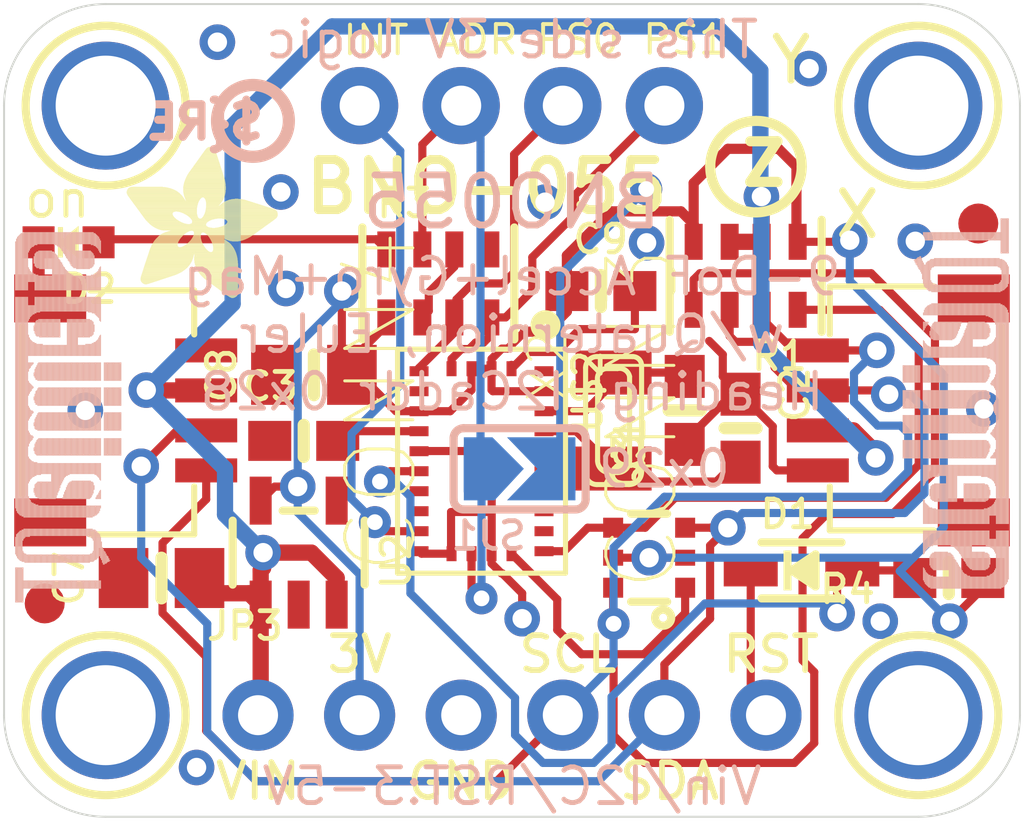
<source format=kicad_pcb>
(kicad_pcb (version 20240108) (generator "pcbnew") (generator_version "8.0")
  (layers (0 "F.Cu" signal) (31 "B.Cu" signal) (34 "B.Paste" user) (35 "F.Paste" user) (36 "B.SilkS" user "B.Silkscreen") (37 "F.SilkS" user "F.Silkscreen") (38 "B.Mask" user) (39 "F.Mask" user) (44 "Edge.Cuts" user))
  (net 0 "")
  (net 1 "PS1_3V")
  (net 2 "PS0_3V")
  (net 3 "NRESET_3V")
  (net 4 "INT_3V")
  (net 5 "GND")
  (net 6 "I2CADDR_3V")
  (net 7 "SDA_3V")
  (net 8 "SCL_3V")
  (net 9 "N$1")
  (net 10 "N$2")
  (net 11 "N$3")
  (net 12 "3.3V")
  (net 13 "SDA")
  (net 14 "SCL")
  (net 15 "VCC")
  (net 16 "N$4")
  (net 17 "RESET")
  (footprint "Adafruit BNO055 STEMMA QT:0603-NO" (layer "F.Cu") (at 159.4231 109.1946 180)
    (property "Reference" "R4")
    (property "Value" "10K" (hide yes))
  )
  (footprint "Adafruit BNO055 STEMMA QT:SOD-323" (layer "F.Cu") (at 155.7401 109.0041)
    (property "Reference" "D1")
    (property "Value" "1n4148" (hide yes))
  )
  (footprint "Adafruit BNO055 STEMMA QT:RESPACK_4X0603" (layer "F.Cu") (at 146.6596 101.8286)
    (property "Reference" "R3")
    (property "Value" "10K")
  )
  (footprint "Adafruit BNO055 STEMMA QT:XTAL3215" (layer "F.Cu") (at 151.0411 105.2576 -90)
    (property "Reference" "X2")
    (property "Value" "32.768")
  )
  (footprint "Adafruit BNO055 STEMMA QT:MOUNTINGHOLE_2.5_PLATED" (layer "F.Cu") (at 138.3411 97.3836)
    (property "Reference" "U$45" (hide yes))
    (property "Value" "MOUNTINGHOLE2.5" (hide yes))
  )
  (footprint "Adafruit BNO055 STEMMA QT:0603-NO" (layer "F.Cu") (at 150.7236 102.0191)
    (property "Reference" "C9")
    (property "Value" "0.1uF")
  )
  (footprint "Adafruit BNO055 STEMMA QT:JST_SH4" (layer "F.Cu") (at 158.6611 105.0036 90)
    (property "Reference" "CONN3")
    (property "Value" "STEMMA_I2C_QT" (hide yes))
  )
  (footprint "Adafruit BNO055 STEMMA QT:JST_SH4" (layer "F.Cu") (at 138.3411 105.0036 -90)
    (property "Reference" "CONN4")
    (property "Value" "STEMMA_I2C_QT" (hide yes))
  )
  (footprint "Adafruit BNO055 STEMMA QT:MOUNTINGHOLE_2.5_PLATED" (layer "F.Cu") (at 158.6611 112.6236)
    (property "Reference" "U$49" (hide yes))
    (property "Value" "MOUNTINGHOLE2.5" (hide yes))
  )
  (footprint "Adafruit BNO055 STEMMA QT:SOT23-5" (layer "F.Cu") (at 143.1671 108.5596)
    (property "Reference" "U2")
    (property "Value" "AP2112K-3.3" (hide yes))
  )
  (footprint "Adafruit BNO055 STEMMA QT:FIDUCIAL_1MM" (layer "F.Cu") (at 160.1597 100.33)
    (property "Reference" "FID4" (hide yes))
    (property "Value" "FIDUCIAL_1MM" (hide yes))
  )
  (footprint "Adafruit BNO055 STEMMA QT:MOUNTINGHOLE_2.5_PLATED" (layer "F.Cu") (at 138.3411 112.6236)
    (property "Reference" "U$48" (hide yes))
    (property "Value" "MOUNTINGHOLE2.5" (hide yes))
  )
  (footprint "Adafruit BNO055 STEMMA QT:SOT363" (layer "F.Cu") (at 151.9301 108.6866 90)
    (property "Reference" "Q3")
    (property "Value" "BSS138" (hide yes))
  )
  (footprint "Adafruit BNO055 STEMMA QT:ADAFRUIT_3.5MM" (layer "F.Cu") (at 138.8491 102.2096)
    (property "Reference" "U$51" (hide yes))
    (property "Value" "" (hide yes))
  )
  (footprint "Adafruit BNO055 STEMMA QT:RESPACK_4X0603" (layer "F.Cu") (at 154.3431 101.6381 180)
    (property "Reference" "R1")
    (property "Value" "10K")
  )
  (footprint "Adafruit BNO055 STEMMA QT:FIDUCIAL_1MM" (layer "F.Cu") (at 136.8171 109.8296)
    (property "Reference" "FID3" (hide yes))
    (property "Value" "FIDUCIAL_1MM" (hide yes))
  )
  (footprint "Adafruit BNO055 STEMMA QT:0603-NO" (layer "F.Cu") (at 152.8191 105.0036 90)
    (property "Reference" "C1")
    (property "Value" "22pF")
  )
  (footprint "Adafruit BNO055 STEMMA QT:0603-NO" (layer "F.Cu") (at 143.2941 105.7656)
    (property "Reference" "C3")
    (property "Value" "0.1uF")
  )
  (footprint "Adafruit BNO055 STEMMA QT:0805-NO" (layer "F.Cu") (at 139.7381 109.1946 180)
    (property "Reference" "C7")
    (property "Value" "10uF")
  )
  (footprint "Adafruit BNO055 STEMMA QT:1X04_ROUND_76" (layer "F.Cu") (at 148.5011 97.3836)
    (property "Reference" "JP2" (hide yes))
    (property "Value" "")
  )
  (footprint "Adafruit BNO055 STEMMA QT:CHIPLED_0603_NOOUTLINE" (layer "F.Cu") (at 137.414 100.7999 90)
    (property "Reference" "D2")
    (property "Value" "GREEN" (hide yes))
  )
  (footprint "Adafruit BNO055 STEMMA QT:0603-NO" (layer "F.Cu") (at 154.2161 105.4481 -90)
    (property "Reference" "C2")
    (property "Value" "22pF")
  )
  (footprint "Adafruit BNO055 STEMMA QT:1X06_ROUND_70" (layer "F.Cu") (at 148.5011 112.6236)
    (property "Reference" "JP3")
    (property "Value" "")
  )
  (footprint "Adafruit BNO055 STEMMA QT:BNO055" (layer "F.Cu") (at 147.7391 106.2736 -90)
    (property "Reference" "U$2")
    (property "Value" "BNO055")
  )
  (footprint "Adafruit BNO055 STEMMA QT:0805-NO" (layer "F.Cu") (at 143.5481 104.1146 180)
    (property "Reference" "C8")
    (property "Value" "10uF")
  )
  (footprint "Adafruit BNO055 STEMMA QT:MOUNTINGHOLE_2.5_PLATED" (layer "F.Cu") (at 158.6611 97.3836)
    (property "Reference" "U$46" (hide yes))
    (property "Value" "MOUNTINGHOLE2.5" (hide yes))
  )
  (footprint "Adafruit BNO055 STEMMA QT:STEMMAQT" (layer "B.Cu") (at 158.2801 109.4486 90)
    (property "Reference" "U$53" (hide yes))
    (property "Value" "" (hide yes))
  )
  (footprint "Adafruit BNO055 STEMMA QT:PCBFEAT-REV-040" (layer "B.Cu") (at 142.0241 97.7646 180)
    (property "Reference" "U$52" (hide yes))
    (property "Value" "" (hide yes))
  )
  (footprint "Adafruit BNO055 STEMMA QT:STEMMAQT" (layer "B.Cu") (at 138.7221 100.5586 -90)
    (property "Reference" "U$54" (hide yes))
    (property "Value" "" (hide yes))
  )
  (footprint "Adafruit BNO055 STEMMA QT:SOLDERJUMPER_ARROW_NOPASTE" (layer "B.Cu") (at 148.6916 106.4641)
    (property "Reference" "SJ1")
    (property "Value" "")
  )
  (gr_arc (start 154.6011 97.7656) (mid 155.415188 98.094514) (end 155.7441 98.908602) (stroke (width 0.254)) (layer "F.SilkS"))
  (gr_arc (start 154.6011 100.0516) (mid 153.792877 99.716823) (end 153.4581 98.9086) (stroke (width 0.254)) (layer "F.SilkS"))
  (gr_arc (start 153.4581 98.9086) (mid 153.792877 98.100377) (end 154.6011 97.7656) (stroke (width 0.254)) (layer "F.SilkS"))
  (gr_arc (start 155.7441 98.9086) (mid 155.409323 99.716823) (end 154.6011 100.0516) (stroke (width 0.254)) (layer "F.SilkS"))
  (gr_line (start 135.8011 97.3836) (end 135.8011 112.6236) (stroke (width 0.05)) (layer "Edge.Cuts"))
  (gr_arc (start 161.2011 112.6236) (mid 160.457151 114.419651) (end 158.6611 115.1636) (stroke (width 0.05)) (layer "Edge.Cuts"))
  (gr_line (start 158.6611 94.8436) (end 138.3411 94.8436) (stroke (width 0.05)) (layer "Edge.Cuts"))
  (gr_arc (start 138.3411 115.1636) (mid 136.545049 114.419651) (end 135.8011 112.6236) (stroke (width 0.05)) (layer "Edge.Cuts"))
  (gr_arc (start 135.8011 97.3836) (mid 136.545049 95.587549) (end 138.3411 94.8436) (stroke (width 0.05)) (layer "Edge.Cuts"))
  (gr_arc (start 158.6611 94.8436) (mid 160.457151 95.587549) (end 161.2011 97.3836) (stroke (width 0.05)) (layer "Edge.Cuts"))
  (gr_line (start 138.3411 115.1636) (end 158.6611 115.1636) (stroke (width 0.05)) (layer "Edge.Cuts"))
  (gr_line (start 161.2011 112.6236) (end 161.2011 97.3836) (stroke (width 0.05)) (layer "Edge.Cuts"))
  (gr_text "0x29" (at 152.3111 106.4641 0) (layer "B.SilkS") (effects (font (size 0.89408 0.89408) (thickness 0.12192)) (justify mirror)))
  (gr_text "BNO055" (at 148.5011 99.7966 0) (layer "B.SilkS") (effects (font (size 1.251712 1.251712) (thickness 0.170688)) (justify mirror)))
  (gr_text "9-DoF Accel+Gyro+Mag\nw/Quaternion, Euler\nHeading. I2Caddr 0x28" (at 148.5011 103.0986 0) (layer "B.SilkS") (effects (font (size 0.89408 0.89408) (thickness 0.12192)) (justify mirror)))
  (gr_text "Vin/I2C/RST:3-5V" (at 148.5011 114.4016 0) (layer "B.SilkS") (effects (font (size 0.89408 0.89408) (thickness 0.12192)) (justify mirror)))
  (gr_text "This side 3V logic" (at 148.5011 95.7326 0) (layer "B.SilkS") (effects (font (size 0.89408 0.89408) (thickness 0.12192)) (justify mirror)))
  (gr_text "on" (at 136.2456 100.2411 0) (layer "F.SilkS") (effects (font (size 0.89408 0.89408) (thickness 0.12192)) (justify left bottom)))
  (gr_text "Z" (at 154.1486 99.4273 0) (layer "F.SilkS") (effects (font (size 1.016 1.016) (thickness 0.254)) (justify left bottom)))
  (gr_text "SCL" (at 149.8981 111.0996 0) (layer "F.SilkS") (effects (font (size 0.87376 0.87376) (thickness 0.14224))))
  (gr_text "INT" (at 145.0981 95.7481 0) (layer "F.SilkS") (effects (font (size 0.715264 0.715264) (thickness 0.097536))))
  (gr_text "GND" (at 147.2311 114.2746 0) (layer "F.SilkS") (effects (font (size 0.87376 0.87376) (thickness 0.14224))))
  (gr_text "VIN" (at 142.1511 114.2746 0) (layer "F.SilkS") (effects (font (size 0.87376 0.87376) (thickness 0.14224))))
  (gr_text "Y" (at 156.0616 95.6066 0) (layer "F.SilkS") (effects (font (size 1.0922 1.0922) (thickness 0.1778)) (justify right top)))
  (gr_text "PS1" (at 152.8141 95.7326 0) (layer "F.SilkS") (effects (font (size 0.715264 0.715264) (thickness 0.097536))))
  (gr_text "3V" (at 144.6911 111.0996 0) (layer "F.SilkS") (effects (font (size 0.87376 0.87376) (thickness 0.14224))))
  (gr_text "BNO-055" (at 147.8661 99.4156 0) (layer "F.SilkS") (effects (font (size 1.25222 1.25222) (thickness 0.22098))))
  (gr_text "ADR" (at 147.6211 95.7326 0) (layer "F.SilkS") (effects (font (size 0.715264 0.715264) (thickness 0.097536))))
  (gr_text "SDA" (at 152.4381 114.2746 0) (layer "F.SilkS") (effects (font (size 0.87376 0.87376) (thickness 0.14224))))
  (gr_text "X" (at 156.4981 100.7481 0) (layer "F.SilkS") (effects (font (size 1.0922 1.0922) (thickness 0.1778)) (justify left bottom)))
  (gr_text "RST" (at 154.9781 111.0996 0) (layer "F.SilkS") (effects (font (size 0.87376 0.87376) (thickness 0.14224))))
  (gr_text "PS0" (at 150.1471 95.7326 0) (layer "F.SilkS") (effects (font (size 0.715264 0.715264) (thickness 0.097536))))
  (segment (start 150.0759 99.6188) (end 152.3111 97.3836) (width 0.2032) (layer "F.Cu") (net 1))
  (segment (start 147.9596 103.13865) (end 147.79185 103.3064) (width 0.2032) (layer "F.Cu") (net 1))
  (segment (start 147.9596 102.6786) (end 147.9596 103.13865) (width 0.2032) (layer "F.Cu") (net 1))
  (segment (start 150.0759 100.106975) (end 150.0759 99.6188) (width 0.2032) (layer "F.Cu") (net 1))
  (segment (start 149.0091 102.0101) (end 149.0091 101.173775) (width 0.2032) (layer "F.Cu") (net 1))
  (segment (start 146.9891 103.9611) (end 146.9891 103.71755) (width 0.2032) (layer "F.Cu") (net 1))
  (segment (start 147.23785 103.4688) (end 146.9891 103.71755) (width 0.2032) (layer "F.Cu") (net 1))
  (segment (start 147.9596 102.6786) (end 148.3406 102.6786) (width 0.2032) (layer "F.Cu") (net 1))
  (segment (start 147.5948 103.3064) (end 147.79185 103.3064) (width 0.2032) (layer "F.Cu") (net 1))
  (segment (start 147.4324 103.4688) (end 147.5948 103.3064) (width 0.2032) (layer "F.Cu") (net 1))
  (segment (start 149.0091 101.173775) (end 150.0759 100.106975) (width 0.2032) (layer "F.Cu") (net 1))
  (segment (start 148.3406 102.6786) (end 149.0091 102.0101) (width 0.2032) (layer "F.Cu") (net 1))
  (segment (start 147.23785 103.4688) (end 147.4324 103.4688) (width 0.2032) (layer "F.Cu") (net 1))
  (segment (start 147.51305 101.8286) (end 148.27915 101.8286) (width 0.2032) (layer "F.Cu") (net 2))
  (segment (start 148.5529 98.6018) (end 149.7711 97.3836) (width 0.2032) (layer "F.Cu") (net 2))
  (segment (start 147.0596 102.6786) (end 147.1123 102.6259) (width 0.2032) (layer "F.Cu") (net 2))
  (segment (start 147.1123 102.22935) (end 147.51305 101.8286) (width 0.2032) (layer "F.Cu") (net 2))
  (segment (start 147.0596 103.0596) (end 146.1766 103.9426) (width 0.2032) (layer "F.Cu") (net 2))
  (segment (start 146.1766 104.0236) (end 146.1766 103.9426) (width 0.2032) (layer "F.Cu") (net 2))
  (segment (start 148.5529 101.55485) (end 148.5529 98.6018) (width 0.2032) (layer "F.Cu") (net 2))
  (segment (start 147.1123 102.22935) (end 147.1123 102.6259) (width 0.2032) (layer "F.Cu") (net 2))
  (segment (start 147.0596 103.0596) (end 147.0596 102.6786) (width 0.2032) (layer "F.Cu") (net 2))
  (segment (start 148.27915 101.8286) (end 148.5529 101.55485) (width 0.2032) (layer "F.Cu") (net 2))
  (segment (start 156.6291 109.3851) (end 157.0101 109.0041) (width 0.2032) (layer "F.Cu") (net 3))
  (segment (start 158.5731 109.1946) (end 158.3826 109.0041) (width 0.2032) (layer "F.Cu") (net 3))
  (segment (start 145.4571 106.5236) (end 145.1991 106.7816) (width 0.2032) (layer "F.Cu") (net 3))
  (segment (start 158.3826 109.0041) (end 157.0101 109.0041) (width 0.2032) (layer "F.Cu") (net 3))
  (segment (start 156.6291 109.3851) (end 156.6291 110.0836) (width 0.2032) (layer "F.Cu") (net 3))
  (segment (start 146.1766 106.5236) (end 145.4571 106.5236) (width 0.2032) (layer "F.Cu") (net 3))
  (via (at 156.6291 110.0836) (size 0.889) (drill 0.4826) (layers "F.Cu" "B.Cu") (net 3))
  (via (at 145.1991 106.7816) (size 0.8001) (drill 0.3937) (layers "F.Cu" "B.Cu") (net 3))
  (segment (start 150.9903 113.369663) (end 150.9903 112.1664) (width 0.2032) (layer "B.Cu") (net 3))
  (segment (start 145.5801 106.7816) (end 145.9611 107.1626) (width 0.2032) (layer "B.Cu") (net 3))
  (segment (start 145.9611 107.1626) (end 145.9611 109.5756) (width 0.2032) (layer "B.Cu") (net 3))
  (segment (start 156.3751 109.8296) (end 153.3271 109.8296) (width 0.2032) (layer "B.Cu") (net 3))
  (segment (start 150.9903 112.1664) (end 153.3271 109.8296) (width 0.2032) (layer "B.Cu") (net 3))
  (segment (start 148.5773 113.118094) (end 149.276606 113.8174) (width 0.2032) (layer "B.Cu") (net 3))
  (segment (start 156.6291 110.0836) (end 156.3751 109.8296) (width 0.2032) (layer "B.Cu") (net 3))
  (segment (start 148.5773 112.1918) (end 148.5773 113.118094) (width 0.2032) (layer "B.Cu") (net 3))
  (segment (start 149.276606 113.8174) (end 150.542562 113.8174) (width 0.2032) (layer "B.Cu") (net 3))
  (segment (start 145.1991 106.7816) (end 145.5801 106.7816) (width 0.2032) (layer "B.Cu") (net 3))
  (segment (start 150.542562 113.8174) (end 150.9903 113.369663) (width 0.2032) (layer "B.Cu") (net 3))
  (segment (start 145.9611 109.5756) (end 148.5773 112.1918) (width 0.2032) (layer "B.Cu") (net 3))
  (segment (start 146.1766 108.0236) (end 145.2981 108.0236) (width 0.2032) (layer "F.Cu") (net 4))
  (segment (start 145.2981 108.0236) (end 145.0721 107.7976) (width 0.2032) (layer "F.Cu") (net 4))
  (via (at 145.0721 107.7976) (size 0.8001) (drill 0.3937) (layers "F.Cu" "B.Cu") (net 4))
  (segment (start 145.0721 107.7976) (end 144.4879 107.2134) (width 0.2032) (layer "B.Cu") (net 4))
  (segment (start 145.7071 104.3686) (end 145.7071 98.5139) (width 0.2032) (layer "B.Cu") (net 4))
  (segment (start 145.7071 98.5139) (end 144.6911 97.4979) (width 0.2032) (layer "B.Cu") (net 4))
  (segment (start 144.6911 97.3836) (end 144.6911 97.4979) (width 0.2032) (layer "B.Cu") (net 4))
  (segment (start 144.4879 107.2134) (end 144.4879 105.5878) (width 0.2032) (layer "B.Cu") (net 4))
  (segment (start 144.4879 105.5878) (end 145.7071 104.3686) (width 0.2032) (layer "B.Cu") (net 4))
  (segment (start 149.62455 103.5431) (end 150.19605 102.9716) (width 0.2032) (layer "F.Cu") (net 5))
  (segment (start 148.4891 103.9611) (end 148.4891 103.864) (width 0.2032) (layer "F.Cu") (net 5))
  (segment (start 136.664 100.7999) (end 136.664 101.9125) (width 0.3048) (layer "F.Cu") (net 5))
  (segment (start 148.23785 109.0784) (end 148.2579 109.0784) (width 0.2032) (layer "F.Cu") (net 5))
  (segment (start 148.2579 109.0784) (end 148.7551 109.5756) (width 0.2032) (layer "F.Cu") (net 5))
  (segment (start 153.7716 103.6066) (end 153.4313 103.2663) (width 0.2032) (layer "F.Cu") (net 5))
  (segment (start 152.8191 105.8536) (end 152.8191 105.78205) (width 0.2032) (layer "F.Cu") (net 5))
  (segment (start 148.7551 109.5756) (end 148.7551 110.2106) (width 0.2032) (layer "F.Cu") (net 5))
  (segment (start 136.664 101.9125) (end 136.9551 102.2036) (width 0.3048) (layer "F.Cu") (net 5))
  (segment (start 147.9891 108.82965) (end 148.23785 109.0784) (width 0.2032) (layer "F.Cu") (net 5))
  (segment (start 154.2161 104.5981) (end 155.0209 105.4029) (width 0.2032) (layer "F.Cu") (net 5))
  (segment (start 154.00305 104.5981) (end 152.8191 105.78205) (width 0.2032) (layer "F.Cu") (net 5))
  (segment (start 146.42035 102.0509) (end 146.42035 102.51785) (width 0.2032) (layer "F.Cu") (net 5))
  (segment (start 155.0209 105.4029) (end 155.0209 106.4006) (width 0.2032) (layer "F.Cu") (net 5))
  (segment (start 147.9931 106.0196) (end 146.1806 106.0196) (width 0.2032) (layer "F.Cu") (net 5))
  (segment (start 147.9891 108.5861) (end 147.9931 108.5821) (width 0.2032) (layer "F.Cu") (net 5))
  (segment (start 147.0596 100.9786) (end 147.0596 101.41165) (width 0.2032) (layer "F.Cu") (net 5))
  (segment (start 147.9931 107.5436) (end 147.9931 106.0196) (width 0.2032) (layer "F.Cu") (net 5))
  (segment (start 146.2596 102.6786) (end 146.42035 102.51785) (width 0.2032) (layer "F.Cu") (net 5))
  (segment (start 146.9771 107.5436) (end 147.9931 107.5436) (width 0.2032) (layer "F.Cu") (net 5))
  (segment (start 154.00305 104.5981) (end 154.2161 104.5981) (width 0.2032) (layer "F.Cu") (net 5))
  (segment (start 147.0596 101.41165) (end 146.42035 102.0509) (width 0.2032) (layer "F.Cu") (net 5))
  (segment (start 148.9071 103.5431) (end 149.62455 103.5431) (width 0.2032) (layer "F.Cu") (net 5))
  (segment (start 147.9931 108.5821) (end 147.9931 107.5436) (width 0.2032) (layer "F.Cu") (net 5))
  (segment (start 146.9771 108.5741) (end 146.9771 107.5436) (width 0.2032) (layer "F.Cu") (net 5))
  (segment (start 146.2391 108.5861) (end 146.1766 108.5236) (width 0.2032) (layer "F.Cu") (net 5))
  (segment (start 147.9891 108.5861) (end 147.9891 108.82965) (width 0.2032) (layer "F.Cu") (net 5))
  (segment (start 146.9891 108.5861) (end 146.2391 108.5861) (width 0.2032) (layer "F.Cu") (net 5))
  (segment (start 153.7716 103.6066) (end 153.7716 104.1536) (width 0.2032) (layer "F.Cu") (net 5))
  (segment (start 155.0209 106.4006) (end 155.1239 106.5036) (width 0.2032) (layer "F.Cu") (net 5))
  (segment (start 146.9891 108.5861) (end 146.9771 108.5741) (width 0.2032) (layer "F.Cu") (net 5))
  (segment (start 151.5736 102.9716) (end 151.5736 102.0191) (width 0.2032) (layer "F.Cu") (net 5))
  (segment (start 155.1239 106.5036) (end 156.1471 106.5036) (width 0.2032) (layer "F.Cu") (net 5))
  (segment (start 146.1806 106.0196) (end 146.1766 106.0236) (width 0.2032) (layer "F.Cu") (net 5))
  (segment (start 154.2161 104.5981) (end 153.7716 104.1536) (width 0.2032) (layer "F.Cu") (net 5))
  (segment (start 150.19605 102.9716) (end 151.5736 102.9716) (width 0.2032) (layer "F.Cu") (net 5))
  (segment (start 148.4891 103.9611) (end 148.9071 103.5431) (width 0.2032) (layer "F.Cu") (net 5))
  (via (at 149.3266 99.7966) (size 0.889) (drill 0.4826) (layers "F.Cu" "B.Cu") (net 5))
  (via (at 148.7551 110.2106) (size 0.889) (drill 0.4826) (layers "F.Cu" "B.Cu") (net 5))
  (via (at 155.9306 96.4565) (size 0.889) (drill 0.4826) (layers "F.Cu" "B.Cu") (net 5))
  (via (at 151.8666 100.8126) (size 0.889) (drill 0.4826) (layers "F.Cu" "B.Cu") (net 5))
  (via (at 158.5849 100.7745) (size 0.889) (drill 0.4826) (layers "F.Cu" "B.Cu") (net 5))
  (via (at 141.1351 95.7961) (size 0.889) (drill 0.4826) (layers "F.Cu" "B.Cu") (net 5))
  (via (at 142.7226 99.5426) (size 0.889) (drill 0.4826) (layers "F.Cu" "B.Cu") (net 5))
  (via (at 142.8496 101.9556) (size 0.889) (drill 0.4826) (layers "F.Cu" "B.Cu") (net 5))
  (via (at 160.2994 104.9655) (size 0.889) (drill 0.4826) (layers "F.Cu" "B.Cu") (net 5))
  (via (at 157.7086 110.2741) (size 0.889) (drill 0.4826) (layers "F.Cu" "B.Cu") (net 5))
  (via (at 137.8331 105.0036) (size 0.889) (drill 0.4826) (layers "F.Cu" "B.Cu") (net 5))
  (via (at 140.6144 113.9317) (size 0.889) (drill 0.4826) (layers "F.Cu" "B.Cu") (net 5))
  (segment (start 147.4891 108.5861) (end 147.4891 109.4526) (width 0.2032) (layer "F.Cu") (net 6))
  (segment (start 147.7391 109.7026) (end 147.4891 109.4526) (width 0.2032) (layer "F.Cu") (net 6))
  (segment (start 146.2596 98.3551) (end 147.2311 97.3836) (width 0.2032) (layer "F.Cu") (net 6))
  (segment (start 146.2596 100.9786) (end 146.2596 98.3551) (width 0.2032) (layer "F.Cu") (net 6))
  (via (at 147.7391 109.7026) (size 0.8001) (drill 0.3937) (layers "F.Cu" "B.Cu") (net 6))
  (segment (start 147.6756 106.4641) (end 147.7137 106.4641) (width 0.2032) (layer "B.Cu") (net 6))
  (segment (start 147.7137 97.8662) (end 147.2311 97.3836) (width 0.2032) (layer "B.Cu") (net 6))
  (segment (start 147.7137 98.2218) (end 147.7137 97.8662) (width 0.2032) (layer "B.Cu") (net 6))
  (segment (start 147.7137 98.5393) (end 147.7137 98.2218) (width 0.2032) (layer "B.Cu") (net 6))
  (segment (start 147.7391 109.7026) (end 147.7391 106.4641) (width 0.2032) (layer "B.Cu") (net 6))
  (segment (start 147.7137 106.4641) (end 147.7137 98.5393) (width 0.2032) (layer "B.Cu") (net 6))
  (segment (start 147.7137 106.4641) (end 147.7391 106.4641) (width 0.2032) (layer "B.Cu") (net 6))
  (segment (start 158.670237 106.365138) (end 158.670237 103.464888) (width 0.2032) (layer "F.Cu") (net 7))
  (segment (start 152.5778 107.188) (end 157.847375 107.188) (width 0.2032) (layer "F.Cu") (net 7))
  (segment (start 157.847375 107.188) (end 158.670237 106.365138) (width 0.2032) (layer "F.Cu") (net 7))
  (segment (start 149.3016 108.5236) (end 149.8071 108.5236) (width 0.2032) (layer "F.Cu") (net 7))
  (segment (start 158.670237 103.464888) (end 157.69345 102.4881) (width 0.2032) (layer "F.Cu") (net 7))
  (segment (start 150.3941 107.9366) (end 151.0301 107.9366) (width 0.2032) (layer "F.Cu") (net 7))
  (segment (start 157.69345 102.4881) (end 155.6431 102.4881) (width 0.2032) (layer "F.Cu") (net 7))
  (segment (start 151.0301 107.9366) (end 151.8292 107.9366) (width 0.2032) (layer "F.Cu") (net 7))
  (segment (start 151.8292 107.9366) (end 152.5778 107.188) (width 0.2032) (layer "F.Cu") (net 7))
  (segment (start 149.8071 108.5236) (end 150.3941 107.9366) (width 0.2032) (layer "F.Cu") (net 7))
  (segment (start 159.076637 106.533475) (end 158.015712 107.5944) (width 0.2032) (layer "F.Cu") (net 8))
  (segment (start 151.4221 113.5126) (end 151.0411 113.1316) (width 0.2032) (layer "F.Cu") (net 8))
  (segment (start 149.6321 109.7291) (end 149.6321 110.4911) (width 0.2032) (layer "F.Cu") (net 8))
  (segment (start 159.076637 103.16955) (end 159.076637 106.533475) (width 0.2032) (layer "F.Cu") (net 8))
  (segment (start 155.7655 111.252) (end 156.0576 111.5441) (width 0.2032) (layer "F.Cu") (net 8))
  (segment (start 152.8301 110.0716) (end 152.8301 109.4366) (width 0.2032) (layer "F.Cu") (net 8))
  (segment (start 151.816606 113.8174) (end 151.511806 113.5126) (width 0.2032) (layer "F.Cu") (net 8))
  (segment (start 153.2001 101.5746) (end 157.481687 101.5746) (width 0.2032) (layer "F.Cu") (net 8))
  (segment (start 149.6321 109.7291) (end 148.4891 108.5861) (width 0.2032) (layer "F.Cu") (net 8))
  (segment (start 153.0431 101.7316) (end 153.2001 101.5746) (width 0.2032) (layer "F.Cu") (net 8))
  (segment (start 150.2406 111.0996) (end 151.0411 111.0996) (width 0.2032) (layer "F.Cu") (net 8))
  (segment (start 153.0431 102.4881) (end 153.0431 101.7316) (width 0.2032) (layer "F.Cu") (net 8))
  (segment (start 156.0576 113.3221) (end 155.5623 113.8174) (width 0.2032) (layer "F.Cu") (net 8))
  (segment (start 155.7655 108.204) (end 155.7655 111.252) (width 0.2032) (layer "F.Cu") (net 8))
  (segment (start 151.0411 113.1316) (end 151.0411 111.0996) (width 0.2032) (layer "F.Cu") (net 8))
  (segment (start 158.015712 107.5944) (end 156.3751 107.5944) (width 0.2032) (layer "F.Cu") (net 8))
  (segment (start 151.511806 113.5126) (end 151.4221 113.5126) (width 0.2032) (layer "F.Cu") (net 8))
  (segment (start 156.0576 111.5441) (end 156.0576 113.3221) (width 0.2032) (layer "F.Cu") (net 8))
  (segment (start 157.481687 101.5746) (end 159.076637 103.16955) (width 0.2032) (layer "F.Cu") (net 8))
  (segment (start 150.2406 111.0996) (end 149.6321 110.4911) (width 0.2032) (layer "F.Cu") (net 8))
  (segment (start 152.8301 110.0716) (end 151.8021 111.0996) (width 0.2032) (layer "F.Cu") (net 8))
  (segment (start 155.5623 113.8174) (end 151.816606 113.8174) (width 0.2032) (layer "F.Cu") (net 8))
  (segment (start 156.3751 107.5944) (end 155.7655 108.204) (width 0.2032) (layer "F.Cu") (net 8))
  (segment (start 151.0411 111.0996) (end 151.8021 111.0996) (width 0.2032) (layer "F.Cu") (net 8))
  (segment (start 151.2951 104.0576) (end 152.7231 104.0576) (width 0.2032) (layer "F.Cu") (net 9))
  (segment (start 149.3016 105.0236) (end 150.3291 105.0236) (width 0.2032) (layer "F.Cu") (net 9))
  (segment (start 150.3291 105.0236) (end 151.2951 104.0576) (width 0.2032) (layer "F.Cu") (net 9))
  (segment (start 152.7231 104.0576) (end 152.8191 104.1536) (width 0.2032) (layer "F.Cu") (net 9))
  (segment (start 151.0411 104.0576) (end 151.2951 104.0576) (width 0.2032) (layer "F.Cu") (net 9))
  (segment (start 154.09715 106.2981) (end 153.61365 106.7816) (width 0.2032) (layer "F.Cu") (net 10))
  (segment (start 151.0411 106.4576) (end 151.3651 106.7816) (width 0.2032) (layer "F.Cu") (net 10))
  (segment (start 149.3016 105.5236) (end 150.1071 105.5236) (width 0.2032) (layer "F.Cu") (net 10))
  (segment (start 150.1071 105.5236) (end 151.0411 106.4576) (width 0.2032) (layer "F.Cu") (net 10))
  (segment (start 154.09715 106.2981) (end 154.2161 106.2981) (width 0.2032) (layer "F.Cu") (net 10))
  (segment (start 151.3651 106.7816) (end 153.61365 106.7816) (width 0.2032) (layer "F.Cu") (net 10))
  (segment (start 146.1766 105.5236) (end 144.3861 105.5236) (width 0.2032) (layer "F.Cu") (net 11))
  (segment (start 144.3861 105.5236) (end 144.1441 105.7656) (width 0.2032) (layer "F.Cu") (net 11))
  (segment (start 160.2731 109.1946) (end 160.2731 109.4495) (width 0.2032) (layer "F.Cu") (net 12))
  (segment (start 149.3016 104.5236) (end 148.0211 104.5236) (width 0.2032) (layer "F.Cu") (net 12))
  (segment (start 147.9626 103.9611) (end 147.9891 103.9876) (width 0.2032) (layer "F.Cu") (net 12))
  (segment (start 145.3596 102.6786) (end 145.3596 102.8721) (width 0.2032) (layer "F.Cu") (net 12))
  (segment (start 151.8666 100.0261) (end 150.9776 100.0261) (width 0.254) (layer "F.Cu") (net 12))
  (segment (start 150.9776 100.0261) (end 149.8736 101.1301) (width 0.254) (layer "F.Cu") (net 12))
  (segment (start 147.9891 103.9611) (end 147.9891 103.71755) (width 0.2032) (layer "F.Cu") (net 12))
  (segment (start 147.4891 103.9611) (end 147.9626 103.9611) (width 0.2032) (layer "F.Cu") (net 12))
  (segment (start 151.857006 99.469507) (end 151.8666 99.4791) (width 0.2032) (layer "F.Cu") (net 12))
  (segment (start 148.3961 103.4576) (end 148.8186 103.0351) (width 0.2032) (layer "F.Cu") (net 12))
  (segment (start 146.1766 105.0236) (end 145.6001 105.0236) (width 0.2032) (layer "F.Cu") (net 12))
  (segment (start 144.5311 103.7006) (end 144.4981 103.7336) (width 0.2032) (layer "F.Cu") (net 12))
  (segment (start 142.568 106.9086) (end 143.1436 106.9086) (width 0.2032) (layer "F.Cu") (net 12))
  (segment (start 145.3596 102.8721) (end 144.5311 103.7006) (width 0.2032) (layer "F.Cu") (net 12))
  (segment (start 148.0211 104.5236) (end 147.9891 104.4916) (width 0.2032) (layer "F.Cu") (net 12))
  (segment (start 155.6131 98.9076) (end 155.6131 100.7581) (width 0.254) (layer "F.Cu") (net 12))
  (segment (start 153.0431 99.3186) (end 153.8986 98.4631) (width 0.254) (layer "F.Cu") (net 12))
  (segment (start 147.4891 104.4916) (end 147.4891 103.9611) (width 0.2032) (layer "F.Cu") (net 12))
  (segment (start 142.2171 107.2595) (end 142.568 106.9086) (width 0.2032) (layer "F.Cu") (net 12))
  (segment (start 145.6001 105.0236) (end 144.6911 104.1146) (width 0.2032) (layer "F.Cu") (net 12))
  (segment (start 156.9466 100.7491) (end 156.9076 100.7881) (width 0.2032) (layer "F.Cu") (net 12))
  (segment (start 146.1766 105.0236) (end 146.9571 105.0236) (width 0.2032) (layer "F.Cu") (net 12))
  (segment (start 155.6431 100.7881) (end 155.6131 100.7581) (width 0.254) (layer "F.Cu") (net 12))
  (segment (start 148.24905 103.4576) (end 148.3961 103.4576) (width 0.2032) (layer "F.Cu") (net 12))
  (segment (start 149.3656 103.0351) (end 148.8186 103.0351) (width 0.254) (layer "F.Cu") (net 12))
  (segment (start 156.9076 100.7881) (end 155.6431 100.7881) (width 0.2032) (layer "F.Cu") (net 12))
  (segment (start 147.9891 103.71755) (end 148.24905 103.4576) (width 0.2032) (layer "F.Cu") (net 12))
  (segment (start 147.9891 103.9876) (end 147.9891 103.9611) (width 0.2032) (layer "F.Cu") (net 12))
  (segment (start 146.9571 105.0236) (end 147.4891 104.4916) (width 0.2032) (layer "F.Cu") (net 12))
  (segment (start 155.1686 98.4631) (end 155.6131 98.9076) (width 0.254) (layer "F.Cu") (net 12))
  (segment (start 153.0431 100.7881) (end 153.0431 100.3436) (width 0.254) (layer "F.Cu") (net 12))
  (segment (start 144.2466 102.0191) (end 144.2466 103.4161) (width 0.2032) (layer "F.Cu") (net 12))
  (segment (start 153.0431 100.7881) (end 153.0431 99.3186) (width 0.254) (layer "F.Cu") (net 12))
  (segment (start 151.9301 108.6866) (end 152.8301 108.6866) (width 0.2032) (layer "F.Cu") (net 12))
  (segment (start 151.0301 108.6866) (end 151.9301 108.6866) (width 0.2032) (layer "F.Cu") (net 12))
  (segment (start 152.7256 100.0261) (end 151.8666 100.0261) (width 0.254) (layer "F.Cu") (net 12))
  (segment (start 160.2731 109.4495) (end 159.4485 110.2741) (width 0.2032) (layer "F.Cu") (net 12))
  (segment (start 149.8736 101.1301) (end 149.8736 102.0191) (width 0.254) (layer "F.Cu") (net 12))
  (segment (start 149.8736 102.5271) (end 149.8736 102.0191) (width 0.254) (layer "F.Cu") (net 12))
  (segment (start 147.9891 104.4916) (end 147.9891 103.9876) (width 0.2032) (layer "F.Cu") (net 12))
  (segment (start 149.8736 102.5271) (end 149.3656 103.0351) (width 0.254) (layer "F.Cu") (net 12))
  (segment (start 153.8986 98.4631) (end 155.1686 98.4631) (width 0.254) (layer "F.Cu") (net 12))
  (segment (start 153.0431 100.3436) (end 152.7256 100.0261) (width 0.254) (layer "F.Cu") (net 12))
  (segment (start 144.4981 103.7336) (end 144.4981 104.1146) (width 0.2032) (layer "F.Cu") (net 12))
  (segment (start 144.5311 103.7006) (end 144.2466 103.4161) (width 0.2032) (layer "F.Cu") (net 12))
  (segment (start 151.8666 99.4791) (end 151.8666 100.0261) (width 0.2032) (layer "F.Cu") (net 12))
  (segment (start 144.6911 104.1146) (end 144.4981 104.1146) (width 0.2032) (layer "F.Cu") (net 12))
  (via (at 144.2466 102.0191) (size 0.889) (drill 0.4826) (layers "F.Cu" "B.Cu") (net 12))
  (via (at 159.4485 110.2741) (size 0.889) (drill 0.4826) (layers "F.Cu" "B.Cu") (net 12))
  (via (at 156.9466 100.7491) (size 0.889) (drill 0.4826) (layers "F.Cu" "B.Cu") (net 12))
  (via (at 151.857006 99.469507) (size 0.8001) (drill 0.3937) (layers "F.Cu" "B.Cu") (net 12))
  (via (at 151.9301 108.6866) (size 0.889) (drill 0.4826) (layers "F.Cu" "B.Cu") (net 12))
  (via (at 143.1436 106.9086) (size 0.889) (drill 0.4826) (layers "F.Cu" "B.Cu") (net 12))
  (segment (start 144.6911 109.1038) (end 143.1436 107.5563) (width 0.2032) (layer "B.Cu") (net 12))
  (segment (start 144.5006 102.0191) (end 144.2466 102.0191) (width 0.2032) (layer "B.Cu") (net 12))
  (segment (start 159.2961 104.1146) (end 156.9466 101.7651) (width 0.2032) (layer "B.Cu") (net 12))
  (segment (start 159.4485 110.2741) (end 158.19755 109.02315) (width 0.2032) (layer "B.Cu") (net 12))
  (segment (start 156.9466 101.7651) (end 156.9466 100.7491) (width 0.2032) (layer "B.Cu") (net 12))
  (segment (start 149.7076 101.618913) (end 151.857006 99.469507) (width 0.2032) (layer "B.Cu") (net 12))
  (segment (start 158.5341 108.6866) (end 159.2961 107.9246) (width 0.2032) (layer "B.Cu") (net 12))
  (segment (start 144.5006 102.0191) (end 143.1436 103.3761) (width 0.2032) (layer "B.Cu") (net 12))
  (segment (start 158.19755 109.02315) (end 158.5341 108.6866) (width 0.2032) (layer "B.Cu") (net 12))
  (segment (start 151.9301 108.6866) (end 158.5341 108.6866) (width 0.2032) (layer "B.Cu") (net 12))
  (segment (start 149.7076 106.4641) (end 149.7076 101.618913) (width 0.2032) (layer "B.Cu") (net 12))
  (segment (start 143.1436 106.9086) (end 143.1436 103.3761) (width 0.2032) (layer "B.Cu") (net 12))
  (segment (start 159.2961 107.9246) (end 159.2961 104.1146) (width 0.2032) (layer "B.Cu") (net 12))
  (segment (start 143.1436 106.9086) (end 143.1436 107.5563) (width 0.2032) (layer "B.Cu") (net 12))
  (segment (start 144.6911 109.1038) (end 144.6911 112.6236) (width 0.2032) (layer "B.Cu") (net 12))
  (segment (start 140.1271 105.5036) (end 139.2301 106.4006) (width 0.2032) (layer "F.Cu") (net 13))
  (segment (start 154.0891 103.2891) (end 154.75665 103.2891) (width 0.2032) (layer "F.Cu") (net 13))
  (segment (start 156.1471 104.5036) (end 157.823775 104.5036) (width 0.2032) (layer "F.Cu") (net 13))
  (segment (start 140.8551 105.5036) (end 140.1271 105.5036) (width 0.2032) (layer "F.Cu") (net 13))
  (segment (start 153.4541 108.3818) (end 153.4541 110.2106) (width 0.2032) (layer "F.Cu") (net 13))
  (segment (start 155.0673 103.59975) (end 155.0673 103.92985) (width 0.2032) (layer "F.Cu") (net 13))
  (segment (start 153.9431 103.1431) (end 154.0891 103.2891) (width 0.2032) (layer "F.Cu") (net 13))
  (segment (start 153.8986 107.9373) (end 153.4668 107.9373) (width 0.2032) (layer "F.Cu") (net 13))
  (segment (start 153.4668 107.9373) (end 153.4661 107.9366) (width 0.2032) (layer "F.Cu") (net 13))
  (segment (start 155.0673 103.92985) (end 155.64105 104.5036) (width 0.2032) (layer "F.Cu") (net 13))
  (segment (start 153.8986 107.9373) (end 153.4541 108.3818) (width 0.2032) (layer "F.Cu") (net 13))
  (segment (start 154.75665 103.2891) (end 155.0673 103.59975) (width 0.2032) (layer "F.Cu") (net 13))
  (segment (start 153.9431 102.4881) (end 153.9431 103.1431) (width 0.2032) (layer "F.Cu") (net 13))
  (segment (start 155.64105 104.5036) (end 156.1471 104.5036) (width 0.2032) (layer "F.Cu") (net 13))
  (segment (start 152.8301 107.9366) (end 153.4661 107.9366) (width 0.2032) (layer "F.Cu") (net 13))
  (segment (start 157.823775 104.5036) (end 157.920937 104.600763) (width 0.2032) (layer "F.Cu") (net 13))
  (segment (start 153.4541 110.2106) (end 152.3111 111.3536) (width 0.2032) (layer "F.Cu") (net 13))
  (segment (start 152.3111 111.3536) (end 152.3111 112.6236) (width 0.2032) (layer "F.Cu") (net 13))
  (via (at 139.2301 106.4006) (size 0.889) (drill 0.4826) (layers "F.Cu" "B.Cu") (net 13))
  (via (at 157.920937 104.600763) (size 0.889) (drill 0.4826) (layers "F.Cu" "B.Cu") (net 13))
  (via (at 153.8986 107.9373) (size 0.889) (drill 0.4826) (layers "F.Cu" "B.Cu") (net 13))
  (segment (start 157.920937 104.600763) (end 158.452 104.600763) (width 0.2032) (layer "B.Cu") (net 13))
  (segment (start 142.113806 114.2746) (end 150.6601 114.2746) (width 0.2032) (layer "B.Cu") (net 13))
  (segment (start 158.452 104.600763) (end 158.8135 104.962263) (width 0.2032) (layer "B.Cu") (net 13))
  (segment (start 158.321437 107.569) (end 154.2669 107.569) (width 0.2032) (layer "B.Cu") (net 13))
  (segment (start 140.8811 113.041894) (end 142.113806 114.2746) (width 0.2032) (layer "B.Cu") (net 13))
  (segment (start 140.8811 110.3376) (end 140.8811 113.041894) (width 0.2032) (layer "B.Cu") (net 13))
  (segment (start 158.8135 104.962263) (end 158.8135 107.076938) (width 0.2032) (layer "B.Cu") (net 13))
  (segment (start 139.2301 106.4006) (end 139.2301 108.6866) (width 0.2032) (layer "B.Cu") (net 13))
  (segment (start 150.6601 114.2746) (end 152.3111 112.6236) (width 0.2032) (layer "B.Cu") (net 13))
  (segment (start 140.8811 110.3376) (end 139.2301 108.6866) (width 0.2032) (layer "B.Cu") (net 13))
  (segment (start 153.8986 107.9373) (end 154.2669 107.569) (width 0.2032) (layer "B.Cu") (net 13))
  (segment (start 158.8135 107.076938) (end 158.321437 107.569) (width 0.2032) (layer "B.Cu") (net 13))
  (segment (start 139.7633 108.31835) (end 139.7633 110.07085) (width 0.2032) (layer "F.Cu") (net 14))
  (segment (start 156.1471 103.5036) (end 157.623262 103.5036) (width 0.2032) (layer "F.Cu") (net 14))
  (segment (start 148.1201 114.2746) (end 149.7711 112.6236) (width 0.2032) (layer "F.Cu") (net 14))
  (segment (start 154.8511 102.5961) (end 154.8511 102.808813) (width 0.2032) (layer "F.Cu") (net 14))
  (segment (start 140.8551 107.22655) (end 139.7633 108.31835) (width 0.2032) (layer "F.Cu") (net 14))
  (segment (start 154.7431 102.4881) (end 154.8511 102.5961) (width 0.2032) (layer "F.Cu") (net 14))
  (segment (start 155.545887 103.5036) (end 156.1471 103.5036) (width 0.2032) (layer "F.Cu") (net 14))
  (segment (start 139.7633 110.07085) (end 140.8551 111.16265) (width 0.2032) (layer "F.Cu") (net 14))
  (segment (start 157.623262 103.5036) (end 157.623262 103.501438) (width 0.2032) (layer "F.Cu") (net 14))
  (segment (start 140.8551 106.5036) (end 140.8551 107.22655) (width 0.2032) (layer "F.Cu") (net 14))
  (segment (start 140.8551 113.015894) (end 142.113806 114.2746) (width 0.2032) (layer "F.Cu") (net 14))
  (segment (start 151.0411 110.3376) (end 151.0301 110.3266) (width 0.2032) (layer "F.Cu") (net 14))
  (segment (start 140.8551 111.16265) (end 140.8551 113.015894) (width 0.2032) (layer "F.Cu") (net 14))
  (segment (start 142.113806 114.2746) (end 148.1201 114.2746) (width 0.2032) (layer "F.Cu") (net 14))
  (segment (start 154.8511 102.808813) (end 155.545887 103.5036) (width 0.2032) (layer "F.Cu") (net 14))
  (segment (start 151.0301 109.4366) (end 151.0301 110.3266) (width 0.2032) (layer "F.Cu") (net 14))
  (via (at 151.0411 110.3376) (size 0.8001) (drill 0.3937) (layers "F.Cu" "B.Cu") (net 14))
  (via (at 157.623262 103.501438) (size 0.889) (drill 0.4826) (layers "F.Cu" "B.Cu") (net 14))
  (segment (start 151.0411 111.3536) (end 149.7711 112.6236) (width 0.2032) (layer "B.Cu") (net 14))
  (segment (start 152.3111 107.1626) (end 151.0411 108.4326) (width 0.2032) (layer "B.Cu") (net 14))
  (segment (start 151.0411 110.3376) (end 151.0411 111.3536) (width 0.2032) (layer "B.Cu") (net 14))
  (segment (start 157.6451 105.3846) (end 158.2166 105.3846) (width 0.2032) (layer "B.Cu") (net 14))
  (segment (start 158.4071 105.5751) (end 158.4071 106.5276) (width 0.2032) (layer "B.Cu") (net 14))
  (segment (start 157.623262 103.501438) (end 157.051762 104.072938) (width 0.2032) (layer "B.Cu") (net 14))
  (segment (start 158.2166 105.3846) (end 158.4071 105.5751) (width 0.2032) (layer "B.Cu") (net 14))
  (segment (start 157.051762 104.072938) (end 157.051762 104.791263) (width 0.2032) (layer "B.Cu") (net 14))
  (segment (start 151.0411 108.4326) (end 151.0411 110.3376) (width 0.2032) (layer "B.Cu") (net 14))
  (segment (start 158.4071 106.5276) (end 157.7721 107.1626) (width 0.2032) (layer "B.Cu") (net 14))
  (segment (start 157.7721 107.1626) (end 152.3111 107.1626) (width 0.2032) (layer "B.Cu") (net 14))
  (segment (start 157.051762 104.791263) (end 157.6451 105.3846) (width 0.2032) (layer "B.Cu") (net 14))
  (segment (start 142.2781 108.9406) (end 142.2171 109.0016) (width 0.4064) (layer "F.Cu") (net 15))
  (segment (start 142.2171 112.5576) (end 142.1511 112.6236) (width 0.4064) (layer "F.Cu") (net 15))
  (segment (start 144.1171 109.1921) (end 143.4846 108.5596) (width 0.4064) (layer "F.Cu") (net 15))
  (segment (start 142.2171 109.0016) (end 142.2171 109.8597) (width 0.4064) (layer "F.Cu") (net 15))
  (segment (start 141.933 109.5756) (end 140.9421 109.5756) (width 0.4064) (layer "F.Cu") (net 15))
  (segment (start 140.8551 104.5036) (end 139.3651 104.5036) (width 0.4064) (layer "F.Cu") (net 15))
  (segment (start 153.9431 100.7881) (end 154.7431 100.7881) (width 0.4064) (layer "F.Cu") (net 15))
  (segment (start 143.4846 108.5596) (end 142.2781 108.5596) (width 0.4064) (layer "F.Cu") (net 15))
  (segment (start 140.9421 109.5756) (end 140.6881 109.3216) (width 0.4064) (layer "F.Cu") (net 15))
  (segment (start 157.5943 106.1909) (end 157.5943 106.0618) (width 0.4064) (layer "F.Cu") (net 15))
  (segment (start 157.5943 106.0618) (end 157.0361 105.5036) (width 0.4064) (layer "F.Cu") (net 15))
  (segment (start 141.933 109.5756) (end 142.2171 109.8597) (width 0.4064) (layer "F.Cu") (net 15))
  (segment (start 142.2781 108.5596) (end 142.2781 108.9406) (width 0.4064) (layer "F.Cu") (net 15))
  (segment (start 144.1171 109.8597) (end 144.1171 109.1921) (width 0.4064) (layer "F.Cu") (net 15))
  (segment (start 154.7431 100.7881) (end 154.7431 99.6632) (width 0.4064) (layer "F.Cu") (net 15))
  (segment (start 139.3651 104.5036) (end 139.3571 104.4956) (width 0.4064) (layer "F.Cu") (net 15))
  (segment (start 157.0361 105.5036) (end 156.1471 105.5036) (width 0.4064) (layer "F.Cu") (net 15))
  (segment (start 142.2171 109.8597) (end 142.2171 112.5576) (width 0.4064) (layer "F.Cu") (net 15))
  (segment (start 140.6881 109.1946) (end 140.6881 109.3216) (width 0.4064) (layer "F.Cu") (net 15))
  (segment (start 154.7431 99.6632) (end 154.7368 99.6569) (width 0.4064) (layer "F.Cu") (net 15))
  (via (at 139.3571 104.4956) (size 0.889) (drill 0.4826) (layers "F.Cu" "B.Cu") (net 15))
  (via (at 142.2781 108.5596) (size 0.889) (drill 0.4826) (layers "F.Cu" "B.Cu") (net 15))
  (via (at 157.5943 106.1909) (size 0.889) (drill 0.4826) (layers "F.Cu" "B.Cu") (net 15))
  (via (at 154.7368 99.6569) (size 0.889) (drill 0.4826) (layers "F.Cu" "B.Cu") (net 15))
  (segment (start 141.5161 102.3366) (end 141.5161 97.8916) (width 0.4064) (layer "B.Cu") (net 15))
  (segment (start 144.0053 95.4024) (end 153.6065 95.4024) (width 0.4064) (layer "B.Cu") (net 15))
  (segment (start 141.3256 106.464097) (end 139.3571 104.4956) (width 0.4064) (layer "B.Cu") (net 15))
  (segment (start 139.3571 104.4956) (end 141.5161 102.3366) (width 0.4064) (layer "B.Cu") (net 15))
  (segment (start 141.3256 106.464097) (end 141.3256 107.6071) (width 0.4064) (layer "B.Cu") (net 15))
  (segment (start 154.7368 99.6569) (end 154.7368 103.3334) (width 0.4064) (layer "B.Cu") (net 15))
  (segment (start 141.5161 97.8916) (end 144.0053 95.4024) (width 0.4064) (layer "B.Cu") (net 15))
  (segment (start 154.7114 96.5073) (end 154.7114 99.6315) (width 0.4064) (layer "B.Cu") (net 15))
  (segment (start 153.6065 95.4024) (end 154.7114 96.5073) (width 0.4064) (layer "B.Cu") (net 15))
  (segment (start 142.2781 108.5596) (end 141.3256 107.6071) (width 0.4064) (layer "B.Cu") (net 15))
  (segment (start 154.7114 99.6315) (end 154.7368 99.6569) (width 0.4064) (layer "B.Cu") (net 15))
  (segment (start 157.5943 106.1909) (end 154.7368 103.3334) (width 0.4064) (layer "B.Cu") (net 15))
  (segment (start 145.1056 100.7246) (end 138.2393 100.7246) (width 0.2032) (layer "F.Cu") (net 16))
  (segment (start 145.3596 100.9786) (end 145.1056 100.7246) (width 0.2032) (layer "F.Cu") (net 16))
  (segment (start 138.164 100.7999) (end 138.2393 100.7246) (width 0.2032) (layer "F.Cu") (net 16))
  (segment (start 154.4701 109.0041) (end 154.4701 112.2426) (width 0.2032) (layer "F.Cu") (net 17))
  (segment (start 154.4701 112.2426) (end 154.8511 112.6236) (width 0.2032) (layer "F.Cu") (net 17))
)
</source>
